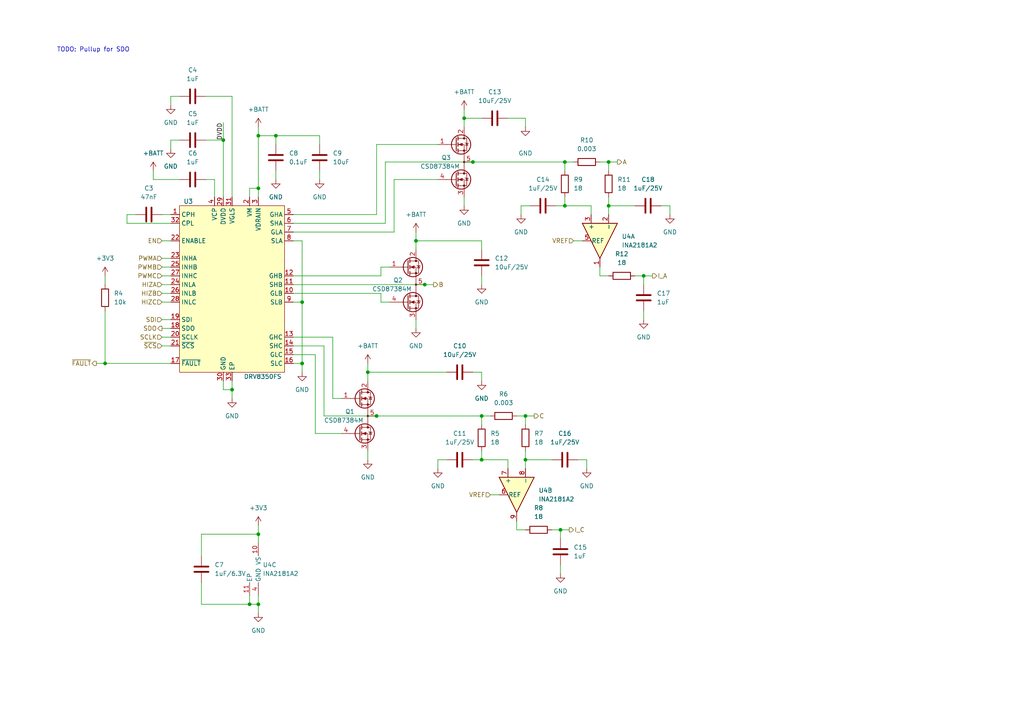
<source format=kicad_sch>
(kicad_sch (version 20210621) (generator eeschema)
  (paper "A4")
  (lib_symbols
    (symbol "Device:C" (pin_numbers hide) (pin_names (offset 0.254))
      (property "Reference" "C" (at 0.635 2.54 0))
      (property "Value" "C" (at 0.635 -2.54 0))
      (symbol "C_0_1"
        (polyline (pts (xy -2.032 -0.762) (xy 2.032 -0.762)) (stroke (width 0.508)))
        (polyline (pts (xy -2.032 0.762) (xy 2.032 0.762)) (stroke (width 0.508)))
      )
      (symbol "C_1_1"
        (pin passive line (at 0 3.81 270) (length 2.794) (name "~") (number "1"))
        (pin passive line (at 0 -3.81 90) (length 2.794) (name "~") (number "2"))
      )
    )
    (symbol "Device:R" (pin_numbers hide) (pin_names (offset 0))
      (property "Reference" "R" (at 2.032 0 90))
      (property "Value" "R" (at 0 0 90))
      (symbol "R_0_1"
        (rectangle (start -1.016 -2.54) (end 1.016 2.54) (stroke (width 0.254)))
      )
      (symbol "R_1_1"
        (pin passive line (at 0 3.81 270) (length 1.27) (name "~") (number "1"))
        (pin passive line (at 0 -3.81 90) (length 1.27) (name "~") (number "2"))
      )
    )
    (symbol "multiesc_symbols:CSD87384M" (pin_names hide)
      (property "Reference" "Q" (at 5.08 4.445 0))
      (property "Value" "CSD87384M" (at 5.08 2.54 0))
      (symbol "CSD87384M_0_1"
        (circle (center 1.651 -5.08) (radius 2.794) (stroke (width 0.254)))
        (circle (center 1.651 5.08) (radius 2.794) (stroke (width 0.254)))
        (circle (center 2.54 -6.858) (radius 0.254) (fill (type outline)))
        (circle (center 2.54 -3.302) (radius 0.254) (fill (type outline)))
        (circle (center 2.54 0) (radius 0.254) (fill (type outline)))
        (circle (center 2.54 3.302) (radius 0.254) (fill (type outline)))
        (circle (center 2.54 6.858) (radius 0.254) (fill (type outline)))
        (polyline (pts (xy 0.254 -5.08) (xy -2.54 -5.08)))
        (polyline (pts (xy 0.254 -3.175) (xy 0.254 -6.985)) (stroke (width 0.254)))
        (polyline (pts (xy 0.254 5.08) (xy -2.54 5.08)))
        (polyline (pts (xy 0.254 6.985) (xy 0.254 3.175)) (stroke (width 0.254)))
        (polyline (pts (xy 0.762 -6.35) (xy 0.762 -7.366)) (stroke (width 0.254)))
        (polyline (pts (xy 0.762 -4.572) (xy 0.762 -5.588)) (stroke (width 0.254)))
        (polyline (pts (xy 0.762 -2.794) (xy 0.762 -3.81)) (stroke (width 0.254)))
        (polyline (pts (xy 0.762 3.81) (xy 0.762 2.794)) (stroke (width 0.254)))
        (polyline (pts (xy 0.762 5.588) (xy 0.762 4.572)) (stroke (width 0.254)))
        (polyline (pts (xy 0.762 7.366) (xy 0.762 6.35)) (stroke (width 0.254)))
        (polyline (pts (xy 2.54 7.62) (xy 2.54 6.858)))
        (polyline (pts (xy 2.54 -7.62) (xy 2.54 -5.08) (xy 0.762 -5.08)))
        (polyline (pts (xy 2.54 -3.302) (xy 2.54 5.08) (xy 0.762 5.08)))
        (polyline (pts (xy 0.762 -6.858) (xy 3.302 -6.858) (xy 3.302 -3.302) (xy 0.762 -3.302)))
        (polyline (pts (xy 0.762 3.302) (xy 3.302 3.302) (xy 3.302 6.858) (xy 0.762 6.858)))
        (polyline (pts (xy 2.794 -4.572) (xy 2.921 -4.699) (xy 3.683 -4.699) (xy 3.81 -4.826)))
        (polyline (pts (xy 2.794 5.588) (xy 2.921 5.461) (xy 3.683 5.461) (xy 3.81 5.334)))
        (polyline (pts (xy 3.302 -4.699) (xy 2.921 -5.334) (xy 3.683 -5.334) (xy 3.302 -4.699)))
        (polyline (pts (xy 3.302 5.461) (xy 2.921 4.826) (xy 3.683 4.826) (xy 3.302 5.461)))
        (polyline (pts (xy 1.016 -5.08) (xy 2.032 -4.699) (xy 2.032 -5.461) (xy 1.016 -5.08)) (fill (type outline)))
        (polyline (pts (xy 1.016 5.08) (xy 2.032 5.461) (xy 2.032 4.699) (xy 1.016 5.08)) (fill (type outline)))
      )
      (symbol "CSD87384M_1_1"
        (pin input line (at -5.08 5.08 0) (length 2.54) (name "G1") (number "1"))
        (pin passive line (at 2.54 10.16 270) (length 2.54) (name "D1") (number "2"))
        (pin passive line (at 2.54 -10.16 90) (length 2.54) (name "S2") (number "3"))
        (pin input line (at -5.08 -5.08 0) (length 2.54) (name "G2") (number "4"))
        (pin passive line (at 5.08 0 180) (length 2.54) (name "S1/D2") (number "5"))
      )
    )
    (symbol "multiesc_symbols:DRV8350FS"
      (property "Reference" "U" (at -13.97 31.75 0))
      (property "Value" "DRV8350FS" (at -11.43 -31.75 0))
      (symbol "DRV8350FS_0_1"
        (rectangle (start -15.24 30.48) (end 15.24 -17.78) (stroke (width 0.1524)) (fill (type background)))
      )
      (symbol "DRV8350FS_1_1"
        (pin passive line (at -17.78 27.94 0) (length 2.54) (name "CPH") (number "1"))
        (pin output line (at 17.78 5.08 180) (length 2.54) (name "GLB") (number "10"))
        (pin input line (at 17.78 7.62 180) (length 2.54) (name "SHB") (number "11"))
        (pin output line (at 17.78 10.16 180) (length 2.54) (name "GHB") (number "12"))
        (pin output line (at 17.78 -7.62 180) (length 2.54) (name "GHC") (number "13"))
        (pin input line (at 17.78 -10.16 180) (length 2.54) (name "SHC") (number "14"))
        (pin output line (at 17.78 -12.7 180) (length 2.54) (name "GLC") (number "15"))
        (pin input line (at 17.78 -15.24 180) (length 2.54) (name "SLC") (number "16"))
        (pin open_collector line (at -17.78 -15.24 0) (length 2.54) (name "~{FAULT}") (number "17"))
        (pin open_collector line (at -17.78 -5.08 0) (length 2.54) (name "SDO") (number "18"))
        (pin input line (at -17.78 -2.54 0) (length 2.54) (name "SDI") (number "19"))
        (pin power_in line (at 5.08 33.02 270) (length 2.54) (name "VM") (number "2"))
        (pin input line (at -17.78 -7.62 0) (length 2.54) (name "SCLK") (number "20"))
        (pin input line (at -17.78 -10.16 0) (length 2.54) (name "~{SCS}") (number "21"))
        (pin input line (at -17.78 20.32 0) (length 2.54) (name "ENABLE") (number "22"))
        (pin input line (at -17.78 15.24 0) (length 2.54) (name "INHA") (number "23"))
        (pin input line (at -17.78 7.62 0) (length 2.54) (name "INLA") (number "24"))
        (pin input line (at -17.78 12.7 0) (length 2.54) (name "INHB") (number "25"))
        (pin input line (at -17.78 5.08 0) (length 2.54) (name "INLB") (number "26"))
        (pin input line (at -17.78 10.16 0) (length 2.54) (name "INHC") (number "27"))
        (pin input line (at -17.78 2.54 0) (length 2.54) (name "INLC") (number "28"))
        (pin power_out line (at -2.54 33.02 270) (length 2.54) (name "DVDD") (number "29"))
        (pin input line (at 7.62 33.02 270) (length 2.54) (name "VDRAIN") (number "3"))
        (pin power_in line (at -2.54 -20.32 90) (length 2.54) (name "GND") (number "30"))
        (pin power_out line (at 0 33.02 270) (length 2.54) (name "VGLS") (number "31"))
        (pin passive line (at -17.78 25.4 0) (length 2.54) (name "CPL") (number "32"))
        (pin power_in line (at 0 -20.32 90) (length 2.54) (name "EP") (number "33"))
        (pin power_out line (at -5.08 33.02 270) (length 2.54) (name "VCP") (number "4"))
        (pin output line (at 17.78 27.94 180) (length 2.54) (name "GHA") (number "5"))
        (pin input line (at 17.78 25.4 180) (length 2.54) (name "SHA") (number "6"))
        (pin output line (at 17.78 22.86 180) (length 2.54) (name "GLA") (number "7"))
        (pin input line (at 17.78 20.32 180) (length 2.54) (name "SLA") (number "8"))
        (pin input line (at 17.78 2.54 180) (length 2.54) (name "SLB") (number "9"))
      )
    )
    (symbol "multiesc_symbols:INA2181" (pin_names (offset 0.127))
      (property "Reference" "U" (at 2.54 2.54 0))
      (property "Value" "INA2181" (at 0 -5.08 0))
      (symbol "INA2181_1_1"
        (polyline (pts (xy -5.08 5.08) (xy 5.08 0) (xy -5.08 -5.08) (xy -5.08 5.08)) (stroke (width 0.254)) (fill (type background)))
        (pin output line (at 7.62 0 180) (length 2.54) (name "~") (number "1"))
        (pin input line (at -7.62 -2.54 0) (length 2.54) (name "-") (number "2"))
        (pin input line (at -7.62 2.54 0) (length 2.54) (name "+") (number "3"))
        (pin input line (at 0 5.08 270) (length 2.54) (name "REF") (number "5"))
      )
      (symbol "INA2181_2_1"
        (polyline (pts (xy -5.08 5.08) (xy 5.08 0) (xy -5.08 -5.08) (xy -5.08 5.08)) (stroke (width 0.254)) (fill (type background)))
        (pin input line (at 0 5.08 270) (length 2.54) (name "REF") (number "6"))
        (pin input line (at -7.62 2.54 0) (length 2.54) (name "+") (number "7"))
        (pin input line (at -7.62 -2.54 0) (length 2.54) (name "-") (number "8"))
        (pin output line (at 7.62 0 180) (length 2.54) (name "~") (number "9"))
      )
      (symbol "INA2181_3_1"
        (pin power_in line (at -2.54 7.62 270) (length 3.81) (name "VS") (number "10"))
        (pin passive line (at -5.08 -7.62 90) (length 3.81) (name "EP") (number "11"))
        (pin power_in line (at -2.54 -7.62 90) (length 3.81) (name "GND") (number "4"))
      )
    )
    (symbol "power:+3.3V" (power) (pin_names (offset 0))
      (property "Value" "+3.3V" (at 0 3.556 0))
      (symbol "+3.3V_0_1"
        (polyline (pts (xy -0.762 1.27) (xy 0 2.54)))
        (polyline (pts (xy 0 0) (xy 0 2.54)))
        (polyline (pts (xy 0 2.54) (xy 0.762 1.27)))
      )
      (symbol "+3.3V_1_1"
        (pin power_in line (at 0 0 90) (length 0) hide (name "+3V3") (number "1"))
      )
    )
    (symbol "power:+BATT" (power) (pin_names (offset 0))
      (property "Value" "+BATT" (at 0 3.556 0))
      (symbol "+BATT_0_1"
        (polyline (pts (xy -0.762 1.27) (xy 0 2.54)))
        (polyline (pts (xy 0 0) (xy 0 2.54)))
        (polyline (pts (xy 0 2.54) (xy 0.762 1.27)))
      )
      (symbol "+BATT_1_1"
        (pin power_in line (at 0 0 90) (length 0) hide (name "+BATT") (number "1"))
      )
    )
    (symbol "power:GND" (power) (pin_names (offset 0))
      (property "Value" "GND" (at 0 -3.81 0))
      (symbol "GND_0_1"
        (polyline (pts (xy 0 0) (xy 0 -1.27) (xy 1.27 -1.27) (xy 0 -2.54) (xy -1.27 -1.27) (xy 0 -1.27)))
      )
      (symbol "GND_1_1"
        (pin power_in line (at 0 0 270) (length 0) hide (name "GND") (number "1"))
      )
    )
  )
  (junction (at 30.48 105.41) (diameter 0.9144))
  (junction (at 64.77 40.64) (diameter 0.9144))
  (junction (at 67.31 113.03) (diameter 0.9144))
  (junction (at 72.39 175.26) (diameter 0.9144))
  (junction (at 74.93 39.37) (diameter 0.9144))
  (junction (at 74.93 54.61) (diameter 0.9144))
  (junction (at 74.93 154.94) (diameter 0.9144))
  (junction (at 74.93 175.26) (diameter 0.9144))
  (junction (at 80.01 39.37) (diameter 0.9144))
  (junction (at 87.63 87.63) (diameter 0.9144))
  (junction (at 87.63 105.41) (diameter 0.9144))
  (junction (at 106.68 107.95) (diameter 0.9144))
  (junction (at 109.22 120.65) (diameter 0.9144))
  (junction (at 120.65 69.85) (diameter 0.9144))
  (junction (at 123.19 82.55) (diameter 0.9144))
  (junction (at 134.62 34.29) (diameter 0.9144))
  (junction (at 137.16 46.99) (diameter 0.9144))
  (junction (at 139.7 120.65) (diameter 0.9144))
  (junction (at 139.7 133.35) (diameter 0.9144))
  (junction (at 152.4 120.65) (diameter 0.9144))
  (junction (at 152.4 133.35) (diameter 0.9144))
  (junction (at 162.56 153.67) (diameter 0.9144))
  (junction (at 163.83 46.99) (diameter 0.9144))
  (junction (at 163.83 59.69) (diameter 0.9144))
  (junction (at 176.53 46.99) (diameter 0.9144))
  (junction (at 176.53 59.69) (diameter 0.9144))
  (junction (at 186.69 80.01) (diameter 0.9144))
  (wire (pts (xy 27.94 105.41) (xy 30.48 105.41)))
  (wire (pts (xy 30.48 80.01) (xy 30.48 82.55)))
  (wire (pts (xy 30.48 105.41) (xy 30.48 90.17)))
  (wire (pts (xy 30.48 105.41) (xy 49.53 105.41)))
  (wire (pts (xy 36.83 62.23) (xy 39.37 62.23)))
  (wire (pts (xy 36.83 64.77) (xy 36.83 62.23)))
  (wire (pts (xy 44.45 52.07) (xy 44.45 49.53)))
  (wire (pts (xy 44.45 52.07) (xy 52.07 52.07)))
  (wire (pts (xy 46.99 62.23) (xy 49.53 62.23)))
  (wire (pts (xy 46.99 69.85) (xy 49.53 69.85)))
  (wire (pts (xy 46.99 74.93) (xy 49.53 74.93)))
  (wire (pts (xy 46.99 77.47) (xy 49.53 77.47)))
  (wire (pts (xy 46.99 80.01) (xy 49.53 80.01)))
  (wire (pts (xy 46.99 82.55) (xy 49.53 82.55)))
  (wire (pts (xy 46.99 85.09) (xy 49.53 85.09)))
  (wire (pts (xy 46.99 87.63) (xy 49.53 87.63)))
  (wire (pts (xy 46.99 100.33) (xy 49.53 100.33)))
  (wire (pts (xy 49.53 27.94) (xy 49.53 30.48)))
  (wire (pts (xy 49.53 40.64) (xy 49.53 43.18)))
  (wire (pts (xy 49.53 64.77) (xy 36.83 64.77)))
  (wire (pts (xy 49.53 92.71) (xy 46.99 92.71)))
  (wire (pts (xy 49.53 95.25) (xy 46.99 95.25)))
  (wire (pts (xy 49.53 97.79) (xy 46.99 97.79)))
  (wire (pts (xy 52.07 27.94) (xy 49.53 27.94)))
  (wire (pts (xy 52.07 40.64) (xy 49.53 40.64)))
  (wire (pts (xy 58.42 154.94) (xy 74.93 154.94)))
  (wire (pts (xy 58.42 161.29) (xy 58.42 154.94)))
  (wire (pts (xy 58.42 168.91) (xy 58.42 175.26)))
  (wire (pts (xy 58.42 175.26) (xy 72.39 175.26)))
  (wire (pts (xy 59.69 27.94) (xy 67.31 27.94)))
  (wire (pts (xy 59.69 40.64) (xy 64.77 40.64)))
  (wire (pts (xy 59.69 52.07) (xy 62.23 52.07)))
  (wire (pts (xy 62.23 52.07) (xy 62.23 57.15)))
  (wire (pts (xy 64.77 35.56) (xy 64.77 40.64)))
  (wire (pts (xy 64.77 40.64) (xy 64.77 57.15)))
  (wire (pts (xy 64.77 110.49) (xy 64.77 113.03)))
  (wire (pts (xy 64.77 113.03) (xy 67.31 113.03)))
  (wire (pts (xy 67.31 27.94) (xy 67.31 57.15)))
  (wire (pts (xy 67.31 110.49) (xy 67.31 113.03)))
  (wire (pts (xy 67.31 113.03) (xy 67.31 115.57)))
  (wire (pts (xy 72.39 54.61) (xy 74.93 54.61)))
  (wire (pts (xy 72.39 57.15) (xy 72.39 54.61)))
  (wire (pts (xy 72.39 172.72) (xy 72.39 175.26)))
  (wire (pts (xy 72.39 175.26) (xy 74.93 175.26)))
  (wire (pts (xy 74.93 39.37) (xy 74.93 36.83)))
  (wire (pts (xy 74.93 39.37) (xy 74.93 54.61)))
  (wire (pts (xy 74.93 54.61) (xy 74.93 57.15)))
  (wire (pts (xy 74.93 152.4) (xy 74.93 154.94)))
  (wire (pts (xy 74.93 154.94) (xy 74.93 157.48)))
  (wire (pts (xy 74.93 172.72) (xy 74.93 175.26)))
  (wire (pts (xy 74.93 175.26) (xy 74.93 177.8)))
  (wire (pts (xy 80.01 39.37) (xy 74.93 39.37)))
  (wire (pts (xy 80.01 39.37) (xy 80.01 41.91)))
  (wire (pts (xy 80.01 49.53) (xy 80.01 52.07)))
  (wire (pts (xy 85.09 69.85) (xy 87.63 69.85)))
  (wire (pts (xy 85.09 82.55) (xy 123.19 82.55)))
  (wire (pts (xy 85.09 87.63) (xy 87.63 87.63)))
  (wire (pts (xy 87.63 69.85) (xy 87.63 87.63)))
  (wire (pts (xy 87.63 87.63) (xy 87.63 105.41)))
  (wire (pts (xy 87.63 105.41) (xy 85.09 105.41)))
  (wire (pts (xy 87.63 107.95) (xy 87.63 105.41)))
  (wire (pts (xy 91.44 102.87) (xy 85.09 102.87)))
  (wire (pts (xy 91.44 125.73) (xy 91.44 102.87)))
  (wire (pts (xy 92.71 39.37) (xy 80.01 39.37)))
  (wire (pts (xy 92.71 41.91) (xy 92.71 39.37)))
  (wire (pts (xy 92.71 49.53) (xy 92.71 52.07)))
  (wire (pts (xy 93.98 100.33) (xy 85.09 100.33)))
  (wire (pts (xy 93.98 120.65) (xy 93.98 100.33)))
  (wire (pts (xy 96.52 97.79) (xy 85.09 97.79)))
  (wire (pts (xy 96.52 115.57) (xy 96.52 97.79)))
  (wire (pts (xy 99.06 115.57) (xy 96.52 115.57)))
  (wire (pts (xy 99.06 125.73) (xy 91.44 125.73)))
  (wire (pts (xy 106.68 105.41) (xy 106.68 107.95)))
  (wire (pts (xy 106.68 107.95) (xy 106.68 110.49)))
  (wire (pts (xy 106.68 107.95) (xy 129.54 107.95)))
  (wire (pts (xy 106.68 130.81) (xy 106.68 133.35)))
  (wire (pts (xy 109.22 41.91) (xy 109.22 62.23)))
  (wire (pts (xy 109.22 41.91) (xy 127 41.91)))
  (wire (pts (xy 109.22 62.23) (xy 85.09 62.23)))
  (wire (pts (xy 109.22 120.65) (xy 93.98 120.65)))
  (wire (pts (xy 109.22 120.65) (xy 139.7 120.65)))
  (wire (pts (xy 110.49 77.47) (xy 110.49 80.01)))
  (wire (pts (xy 110.49 80.01) (xy 85.09 80.01)))
  (wire (pts (xy 110.49 85.09) (xy 85.09 85.09)))
  (wire (pts (xy 110.49 87.63) (xy 110.49 85.09)))
  (wire (pts (xy 111.76 46.99) (xy 111.76 64.77)))
  (wire (pts (xy 111.76 46.99) (xy 137.16 46.99)))
  (wire (pts (xy 111.76 64.77) (xy 85.09 64.77)))
  (wire (pts (xy 113.03 77.47) (xy 110.49 77.47)))
  (wire (pts (xy 113.03 87.63) (xy 110.49 87.63)))
  (wire (pts (xy 114.3 52.07) (xy 114.3 67.31)))
  (wire (pts (xy 114.3 52.07) (xy 127 52.07)))
  (wire (pts (xy 114.3 67.31) (xy 85.09 67.31)))
  (wire (pts (xy 120.65 67.31) (xy 120.65 69.85)))
  (wire (pts (xy 120.65 69.85) (xy 120.65 72.39)))
  (wire (pts (xy 120.65 92.71) (xy 120.65 95.25)))
  (wire (pts (xy 123.19 82.55) (xy 125.73 82.55)))
  (wire (pts (xy 127 133.35) (xy 129.54 133.35)))
  (wire (pts (xy 127 135.89) (xy 127 133.35)))
  (wire (pts (xy 134.62 31.75) (xy 134.62 34.29)))
  (wire (pts (xy 134.62 34.29) (xy 134.62 36.83)))
  (wire (pts (xy 134.62 34.29) (xy 139.7 34.29)))
  (wire (pts (xy 134.62 57.15) (xy 134.62 59.69)))
  (wire (pts (xy 137.16 46.99) (xy 163.83 46.99)))
  (wire (pts (xy 137.16 107.95) (xy 139.7 107.95)))
  (wire (pts (xy 139.7 69.85) (xy 120.65 69.85)))
  (wire (pts (xy 139.7 72.39) (xy 139.7 69.85)))
  (wire (pts (xy 139.7 80.01) (xy 139.7 82.55)))
  (wire (pts (xy 139.7 110.49) (xy 139.7 107.95)))
  (wire (pts (xy 139.7 120.65) (xy 142.24 120.65)))
  (wire (pts (xy 139.7 123.19) (xy 139.7 120.65)))
  (wire (pts (xy 139.7 130.81) (xy 139.7 133.35)))
  (wire (pts (xy 139.7 133.35) (xy 137.16 133.35)))
  (wire (pts (xy 142.24 143.51) (xy 144.78 143.51)))
  (wire (pts (xy 147.32 34.29) (xy 152.4 34.29)))
  (wire (pts (xy 147.32 133.35) (xy 139.7 133.35)))
  (wire (pts (xy 147.32 135.89) (xy 147.32 133.35)))
  (wire (pts (xy 149.86 120.65) (xy 152.4 120.65)))
  (wire (pts (xy 149.86 151.13) (xy 149.86 153.67)))
  (wire (pts (xy 151.13 59.69) (xy 153.67 59.69)))
  (wire (pts (xy 151.13 62.23) (xy 151.13 59.69)))
  (wire (pts (xy 152.4 34.29) (xy 152.4 36.83)))
  (wire (pts (xy 152.4 120.65) (xy 152.4 123.19)))
  (wire (pts (xy 152.4 120.65) (xy 154.94 120.65)))
  (wire (pts (xy 152.4 130.81) (xy 152.4 133.35)))
  (wire (pts (xy 152.4 133.35) (xy 152.4 135.89)))
  (wire (pts (xy 152.4 153.67) (xy 149.86 153.67)))
  (wire (pts (xy 160.02 133.35) (xy 152.4 133.35)))
  (wire (pts (xy 162.56 153.67) (xy 160.02 153.67)))
  (wire (pts (xy 162.56 153.67) (xy 165.1 153.67)))
  (wire (pts (xy 162.56 156.21) (xy 162.56 153.67)))
  (wire (pts (xy 162.56 166.37) (xy 162.56 163.83)))
  (wire (pts (xy 163.83 46.99) (xy 166.37 46.99)))
  (wire (pts (xy 163.83 49.53) (xy 163.83 46.99)))
  (wire (pts (xy 163.83 57.15) (xy 163.83 59.69)))
  (wire (pts (xy 163.83 59.69) (xy 161.29 59.69)))
  (wire (pts (xy 166.37 69.85) (xy 168.91 69.85)))
  (wire (pts (xy 170.18 133.35) (xy 167.64 133.35)))
  (wire (pts (xy 170.18 135.89) (xy 170.18 133.35)))
  (wire (pts (xy 171.45 59.69) (xy 163.83 59.69)))
  (wire (pts (xy 171.45 62.23) (xy 171.45 59.69)))
  (wire (pts (xy 173.99 46.99) (xy 176.53 46.99)))
  (wire (pts (xy 173.99 77.47) (xy 173.99 80.01)))
  (wire (pts (xy 176.53 46.99) (xy 176.53 49.53)))
  (wire (pts (xy 176.53 46.99) (xy 179.07 46.99)))
  (wire (pts (xy 176.53 57.15) (xy 176.53 59.69)))
  (wire (pts (xy 176.53 59.69) (xy 176.53 62.23)))
  (wire (pts (xy 176.53 80.01) (xy 173.99 80.01)))
  (wire (pts (xy 184.15 59.69) (xy 176.53 59.69)))
  (wire (pts (xy 186.69 80.01) (xy 184.15 80.01)))
  (wire (pts (xy 186.69 80.01) (xy 189.23 80.01)))
  (wire (pts (xy 186.69 82.55) (xy 186.69 80.01)))
  (wire (pts (xy 186.69 92.71) (xy 186.69 90.17)))
  (wire (pts (xy 194.31 59.69) (xy 191.77 59.69)))
  (wire (pts (xy 194.31 62.23) (xy 194.31 59.69)))
  (text "TODO: Pullup for SDO" (at 16.51 15.24 0) (effects (font (size 1.27 1.27)) (justify left bottom)))
  (label "DVDD" (at 64.77 35.56 270))
  (hierarchical_label "~{FAULT}" (shape output) (at 27.94 105.41 180))
  (hierarchical_label "EN" (shape input) (at 46.99 69.85 180))
  (hierarchical_label "PWMA" (shape input) (at 46.99 74.93 180))
  (hierarchical_label "PWMB" (shape input) (at 46.99 77.47 180))
  (hierarchical_label "PWMC" (shape input) (at 46.99 80.01 180))
  (hierarchical_label "HIZA" (shape input) (at 46.99 82.55 180))
  (hierarchical_label "HIZB" (shape input) (at 46.99 85.09 180))
  (hierarchical_label "HIZC" (shape input) (at 46.99 87.63 180))
  (hierarchical_label "SDI" (shape input) (at 46.99 92.71 180))
  (hierarchical_label "SDO" (shape output) (at 46.99 95.25 180))
  (hierarchical_label "SCLK" (shape input) (at 46.99 97.79 180))
  (hierarchical_label "~{SCS}" (shape input) (at 46.99 100.33 180))
  (hierarchical_label "B" (shape output) (at 125.73 82.55 0))
  (hierarchical_label "VREF" (shape input) (at 142.24 143.51 180))
  (hierarchical_label "C" (shape output) (at 154.94 120.65 0))
  (hierarchical_label "I_C" (shape output) (at 165.1 153.67 0))
  (hierarchical_label "VREF" (shape input) (at 166.37 69.85 180))
  (hierarchical_label "A" (shape output) (at 179.07 46.99 0))
  (hierarchical_label "I_A" (shape output) (at 189.23 80.01 0))
  (symbol (lib_id "power:+3.3V") (at 30.48 80.01 0) (unit 1)
    (property "Reference" "#PWR0130" (effects hide))
    (property "Value" "+3.3V" (at 30.48 74.93 0))
  )
  (symbol (lib_id "power:+BATT") (at 44.45 49.53 0) (unit 1)
    (property "Reference" "#PWR0131" (effects hide))
    (property "Value" "+BATT" (at 44.45 44.45 0))
  )
  (symbol (lib_id "power:+BATT") (at 74.93 36.83 0) (unit 1)
    (property "Reference" "#PWR0128" (effects hide))
    (property "Value" "+BATT" (at 74.93 31.75 0))
  )
  (symbol (lib_id "power:+3.3V") (at 74.93 152.4 0) (unit 1)
    (property "Reference" "#PWR0113" (effects hide))
    (property "Value" "+3.3V" (at 74.93 147.32 0))
  )
  (symbol (lib_id "power:+BATT") (at 106.68 105.41 0) (unit 1)
    (property "Reference" "#PWR0116" (effects hide))
    (property "Value" "+BATT" (at 106.68 100.33 0))
  )
  (symbol (lib_id "power:+BATT") (at 120.65 67.31 0) (unit 1)
    (property "Reference" "#PWR0124" (effects hide))
    (property "Value" "+BATT" (at 120.65 62.23 0))
  )
  (symbol (lib_id "power:+BATT") (at 134.62 31.75 0) (unit 1)
    (property "Reference" "#PWR0127" (effects hide))
    (property "Value" "+BATT" (at 134.62 26.67 0))
  )
  (symbol (lib_id "power:GND") (at 49.53 30.48 0) (unit 1)
    (property "Reference" "#PWR0133" (effects hide))
    (property "Value" "GND" (at 49.53 35.56 0))
  )
  (symbol (lib_id "power:GND") (at 49.53 43.18 0) (unit 1)
    (property "Reference" "#PWR0132" (effects hide))
    (property "Value" "GND" (at 49.53 48.26 0))
  )
  (symbol (lib_id "power:GND") (at 67.31 115.57 0) (unit 1)
    (property "Reference" "#PWR0114" (effects hide))
    (property "Value" "GND" (at 67.31 120.65 0))
  )
  (symbol (lib_id "power:GND") (at 74.93 177.8 0) (unit 1)
    (property "Reference" "#PWR0118" (effects hide))
    (property "Value" "GND" (at 74.93 182.88 0))
  )
  (symbol (lib_id "power:GND") (at 80.01 52.07 0) (unit 1)
    (property "Reference" "#PWR0129" (effects hide))
    (property "Value" "GND" (at 80.01 57.15 0))
  )
  (symbol (lib_id "power:GND") (at 87.63 107.95 0) (unit 1)
    (property "Reference" "#PWR0115" (effects hide))
    (property "Value" "GND" (at 87.63 113.03 0))
  )
  (symbol (lib_id "power:GND") (at 92.71 52.07 0) (unit 1)
    (property "Reference" "#PWR0126" (effects hide))
    (property "Value" "GND" (at 92.71 57.15 0))
  )
  (symbol (lib_id "power:GND") (at 106.68 133.35 0) (unit 1)
    (property "Reference" "#PWR0112" (effects hide))
    (property "Value" "GND" (at 106.68 138.43 0))
  )
  (symbol (lib_id "power:GND") (at 120.65 95.25 0) (unit 1)
    (property "Reference" "#PWR0117" (effects hide))
    (property "Value" "GND" (at 120.65 100.33 0))
  )
  (symbol (lib_id "power:GND") (at 127 135.89 0) (unit 1)
    (property "Reference" "#PWR0111" (effects hide))
    (property "Value" "GND" (at 127 140.97 0))
  )
  (symbol (lib_id "power:GND") (at 134.62 59.69 0) (unit 1)
    (property "Reference" "#PWR0125" (effects hide))
    (property "Value" "GND" (at 134.62 64.77 0))
  )
  (symbol (lib_id "power:GND") (at 139.7 82.55 0) (unit 1)
    (property "Reference" "#PWR0120" (effects hide))
    (property "Value" "GND" (at 139.7 87.63 0))
  )
  (symbol (lib_id "power:GND") (at 139.7 110.49 0) (unit 1)
    (property "Reference" "#PWR0108" (effects hide))
    (property "Value" "GND" (at 139.7 115.57 0))
  )
  (symbol (lib_id "power:GND") (at 151.13 62.23 0) (unit 1)
    (property "Reference" "#PWR0121" (effects hide))
    (property "Value" "GND" (at 151.13 67.31 0))
  )
  (symbol (lib_id "power:GND") (at 152.4 36.83 0) (unit 1)
    (property "Reference" "#PWR0119" (effects hide))
    (property "Value" "GND" (at 152.4 44.45 0))
  )
  (symbol (lib_id "power:GND") (at 162.56 166.37 0) (unit 1)
    (property "Reference" "#PWR0109" (effects hide))
    (property "Value" "GND" (at 162.56 171.45 0))
  )
  (symbol (lib_id "power:GND") (at 170.18 135.89 0) (unit 1)
    (property "Reference" "#PWR0110" (effects hide))
    (property "Value" "GND" (at 170.18 140.97 0))
  )
  (symbol (lib_id "power:GND") (at 186.69 92.71 0) (unit 1)
    (property "Reference" "#PWR0122" (effects hide))
    (property "Value" "GND" (at 186.69 97.79 0))
  )
  (symbol (lib_id "power:GND") (at 194.31 62.23 0) (unit 1)
    (property "Reference" "#PWR0123" (effects hide))
    (property "Value" "GND" (at 194.31 67.31 0))
  )
  (symbol (lib_id "Device:R") (at 30.48 86.36 180) (unit 1)
    (property "Reference" "R4" (at 33.02 85.0899 0) (effects (justify right)))
    (property "Value" "10k" (at 33.02 87.6299 0) (effects (justify right)))
    (property "Footprint" "Resistor_SMD:R_0402_1005Metric" (effects hide))
  )
  (symbol (lib_id "Device:R") (at 139.7 127 180) (unit 1)
    (property "Reference" "R5" (at 142.24 125.7299 0) (effects (justify right)))
    (property "Value" "18" (at 142.24 128.2699 0) (effects (justify right)))
    (property "Footprint" "Resistor_SMD:R_0402_1005Metric" (effects hide))
  )
  (symbol (lib_id "Device:R") (at 146.05 120.65 90) (unit 1)
    (property "Reference" "R6" (at 146.05 114.3 90))
    (property "Value" "0.003" (at 146.05 116.84 90))
    (property "Footprint" "Resistor_SMD:R_0612_1632Metric" (effects hide))
  )
  (symbol (lib_id "Device:R") (at 152.4 127 180) (unit 1)
    (property "Reference" "R7" (at 154.94 125.7299 0) (effects (justify right)))
    (property "Value" "18" (at 154.94 128.2699 0) (effects (justify right)))
    (property "Footprint" "Resistor_SMD:R_0402_1005Metric" (effects hide))
  )
  (symbol (lib_id "Device:R") (at 156.21 153.67 270) (unit 1)
    (property "Reference" "R8" (at 156.21 147.32 90))
    (property "Value" "18" (at 156.21 149.86 90))
    (property "Footprint" "Resistor_SMD:R_0402_1005Metric" (effects hide))
  )
  (symbol (lib_id "Device:R") (at 163.83 53.34 180) (unit 1)
    (property "Reference" "R9" (at 166.37 52.0699 0) (effects (justify right)))
    (property "Value" "18" (at 166.37 54.6099 0) (effects (justify right)))
    (property "Footprint" "Resistor_SMD:R_0402_1005Metric" (effects hide))
  )
  (symbol (lib_id "Device:R") (at 170.18 46.99 90) (unit 1)
    (property "Reference" "R10" (at 170.18 40.64 90))
    (property "Value" "0.003" (at 170.18 43.18 90))
    (property "Footprint" "Resistor_SMD:R_0612_1632Metric" (effects hide))
  )
  (symbol (lib_id "Device:R") (at 176.53 53.34 180) (unit 1)
    (property "Reference" "R11" (at 179.07 52.0699 0) (effects (justify right)))
    (property "Value" "18" (at 179.07 54.6099 0) (effects (justify right)))
    (property "Footprint" "Resistor_SMD:R_0402_1005Metric" (effects hide))
  )
  (symbol (lib_id "Device:R") (at 180.34 80.01 270) (unit 1)
    (property "Reference" "R12" (at 180.34 73.66 90))
    (property "Value" "18" (at 180.34 76.2 90))
    (property "Footprint" "Resistor_SMD:R_0402_1005Metric" (effects hide))
  )
  (symbol (lib_id "Device:C") (at 43.18 62.23 90) (unit 1)
    (property "Reference" "C3" (at 43.18 54.61 90))
    (property "Value" "47nF" (at 43.18 57.15 90))
    (property "Footprint" "Capacitor_SMD:C_0402_1005Metric" (effects hide))
    (property "Digikey" "587-1225-1-ND" (effects hide))
  )
  (symbol (lib_id "Device:C") (at 55.88 27.94 270) (unit 1)
    (property "Reference" "C4" (at 55.88 20.32 90))
    (property "Value" "1uF" (at 55.88 22.86 90))
    (property "Footprint" "Capacitor_SMD:C_0603_1608Metric" (effects hide))
    (property "Digikey" "1276-1184-1-ND" (effects hide))
  )
  (symbol (lib_id "Device:C") (at 55.88 40.64 270) (unit 1)
    (property "Reference" "C5" (at 55.88 33.02 90))
    (property "Value" "1uF" (at 55.88 35.56 90))
    (property "Footprint" "Capacitor_SMD:C_0603_1608Metric" (effects hide))
    (property "Digikey" "1276-1184-1-ND" (effects hide))
  )
  (symbol (lib_id "Device:C") (at 55.88 52.07 270) (unit 1)
    (property "Reference" "C6" (at 55.88 44.45 90))
    (property "Value" "1uF" (at 55.88 46.99 90))
    (property "Footprint" "Capacitor_SMD:C_0603_1608Metric" (effects hide))
    (property "Digikey" "1276-1184-1-ND" (effects hide))
  )
  (symbol (lib_id "Device:C") (at 58.42 165.1 0) (unit 1)
    (property "Reference" "C7" (at 62.23 163.8299 0) (effects (justify left)))
    (property "Value" "1uF{slash}6.3V" (at 62.23 166.3699 0) (effects (justify left)))
    (property "Footprint" "Capacitor_SMD:C_0402_1005Metric" (effects hide))
    (property "Digikey" "587-1225-1-ND" (effects hide))
  )
  (symbol (lib_id "Device:C") (at 80.01 45.72 180) (unit 1)
    (property "Reference" "C8" (at 83.82 44.4499 0) (effects (justify right)))
    (property "Value" "0.1uF" (at 83.82 46.9899 0) (effects (justify right)))
    (property "Footprint" "Capacitor_SMD:C_0402_1005Metric" (effects hide))
    (property "Digikey" "1276-6720-1-ND" (effects hide))
  )
  (symbol (lib_id "Device:C") (at 92.71 45.72 180) (unit 1)
    (property "Reference" "C9" (at 96.52 44.4499 0) (effects (justify right)))
    (property "Value" "10uF" (at 96.52 46.9899 0) (effects (justify right)))
    (property "Footprint" "Capacitor_SMD:C_0805_2012Metric" (effects hide))
    (property "Digikey" "587-6025-1-ND" (effects hide))
  )
  (symbol (lib_id "Device:C") (at 133.35 107.95 90) (unit 1)
    (property "Reference" "C10" (at 133.35 100.33 90))
    (property "Value" "10uF{slash}25V" (at 133.35 102.87 90))
    (property "Footprint" "Capacitor_SMD:C_0805_2012Metric" (effects hide))
    (property "Digikey" "587-6025-1-ND" (effects hide))
  )
  (symbol (lib_id "Device:C") (at 133.35 133.35 90) (unit 1)
    (property "Reference" "C11" (at 133.35 125.73 90))
    (property "Value" "1uF{slash}25V" (at 133.35 128.27 90))
    (property "Footprint" "Capacitor_SMD:C_0402_1005Metric" (effects hide))
    (property "Digikey" "587-1225-1-ND" (effects hide))
  )
  (symbol (lib_id "Device:C") (at 139.7 76.2 0) (unit 1)
    (property "Reference" "C12" (at 143.51 74.9299 0) (effects (justify left)))
    (property "Value" "10uF{slash}25V" (at 143.51 77.4699 0) (effects (justify left)))
    (property "Footprint" "Capacitor_SMD:C_0805_2012Metric" (effects hide))
    (property "Digikey" "587-6025-1-ND" (effects hide))
  )
  (symbol (lib_id "Device:C") (at 143.51 34.29 90) (unit 1)
    (property "Reference" "C13" (at 143.51 26.67 90))
    (property "Value" "10uF{slash}25V" (at 143.51 29.21 90))
    (property "Footprint" "Capacitor_SMD:C_0805_2012Metric" (effects hide))
    (property "Digikey" "587-6025-1-ND" (effects hide))
  )
  (symbol (lib_id "Device:C") (at 157.48 59.69 90) (unit 1)
    (property "Reference" "C14" (at 157.48 52.07 90))
    (property "Value" "1uF/25V" (at 157.48 54.61 90))
    (property "Footprint" "Capacitor_SMD:C_0402_1005Metric" (effects hide))
    (property "Digikey" "587-1225-1-ND" (effects hide))
  )
  (symbol (lib_id "Device:C") (at 162.56 160.02 180) (unit 1)
    (property "Reference" "C15" (at 166.37 158.7499 0) (effects (justify right)))
    (property "Value" "1uF" (at 166.37 161.2899 0) (effects (justify right)))
    (property "Footprint" "Capacitor_SMD:C_0402_1005Metric" (effects hide))
    (property "Digikey" "587-1225-1-ND" (effects hide))
  )
  (symbol (lib_id "Device:C") (at 163.83 133.35 90) (unit 1)
    (property "Reference" "C16" (at 163.83 125.73 90))
    (property "Value" "1uF/25V" (at 163.83 128.27 90))
    (property "Footprint" "Capacitor_SMD:C_0402_1005Metric" (effects hide))
    (property "Digikey" "587-1225-1-ND" (effects hide))
  )
  (symbol (lib_id "Device:C") (at 186.69 86.36 180) (unit 1)
    (property "Reference" "C17" (at 190.5 85.0899 0) (effects (justify right)))
    (property "Value" "1uF" (at 190.5 87.6299 0) (effects (justify right)))
    (property "Footprint" "Capacitor_SMD:C_0402_1005Metric" (effects hide))
    (property "Digikey" "587-1225-1-ND" (effects hide))
  )
  (symbol (lib_id "Device:C") (at 187.96 59.69 90) (unit 1)
    (property "Reference" "C18" (at 187.96 52.07 90))
    (property "Value" "1uF/25V" (at 187.96 54.61 90))
    (property "Footprint" "Capacitor_SMD:C_0402_1005Metric" (effects hide))
    (property "Digikey" "587-1225-1-ND" (effects hide))
  )
  (symbol (lib_id "multiesc_symbols:INA2181") (at 77.47 165.1 0) (unit 3)
    (property "Reference" "U4" (at 76.2 163.8299 0) (effects (justify left)))
    (property "Value" "INA2181A2" (at 76.2 166.3699 0) (effects (justify left)))
    (property "Footprint" "multiesc_footprints:Texas_DSQ0010A" (effects hide))
  )
  (symbol (lib_id "multiesc_symbols:INA2181") (at 149.86 143.51 90) (mirror x) (unit 2)
    (property "Reference" "U4" (at 156.21 142.2399 90) (effects (justify right)))
    (property "Value" "INA2181A2" (at 156.21 144.7799 90) (effects (justify right)))
    (property "Footprint" "multiesc_footprints:Texas_DSQ0010A" (effects hide))
  )
  (symbol (lib_id "multiesc_symbols:INA2181") (at 173.99 69.85 90) (mirror x) (unit 1)
    (property "Reference" "U4" (at 180.34 68.5799 90) (effects (justify right)))
    (property "Value" "INA2181A2" (at 180.34 71.1199 90) (effects (justify right)))
    (property "Footprint" "multiesc_footprints:Texas_DSQ0010A" (effects hide))
  )
  (symbol (lib_id "multiesc_symbols:CSD87384M") (at 104.14 120.65 0) (unit 1)
    (property "Reference" "Q1" (at 102.87 119.3799 0) (effects (justify right)))
    (property "Value" "CSD87384M" (at 93.98 121.9199 0) (effects (justify left)))
    (property "Footprint" "multiesc_footprints:Texas_CSD87384M" (effects hide))
  )
  (symbol (lib_id "multiesc_symbols:CSD87384M") (at 118.11 82.55 0) (unit 1)
    (property "Reference" "Q2" (at 116.84 81.2799 0) (effects (justify right)))
    (property "Value" "CSD87384M" (at 107.95 83.8199 0) (effects (justify left)))
    (property "Footprint" "multiesc_footprints:Texas_CSD87384M" (effects hide))
  )
  (symbol (lib_id "multiesc_symbols:CSD87384M") (at 132.08 46.99 0) (unit 1)
    (property "Reference" "Q3" (at 130.81 45.7199 0) (effects (justify right)))
    (property "Value" "CSD87384M" (at 121.92 48.2599 0) (effects (justify left)))
    (property "Footprint" "multiesc_footprints:Texas_CSD87384M" (effects hide))
  )
  (symbol (lib_id "multiesc_symbols:DRV8350FS") (at 67.31 90.17 0) (unit 1)
    (property "Reference" "U3" (at 54.61 58.42 0))
    (property "Value" "DRV8350FS" (at 76.2 109.22 0))
    (property "Footprint" "Package_DFN_QFN:Texas_S-PVQFN-N32_EP3.45x3.45mm" (effects hide))
    (property "Datasheet" "https://www.ti.com/lit/ds/symlink/drv8353f.pdf" (effects hide))
  )
)
</source>
